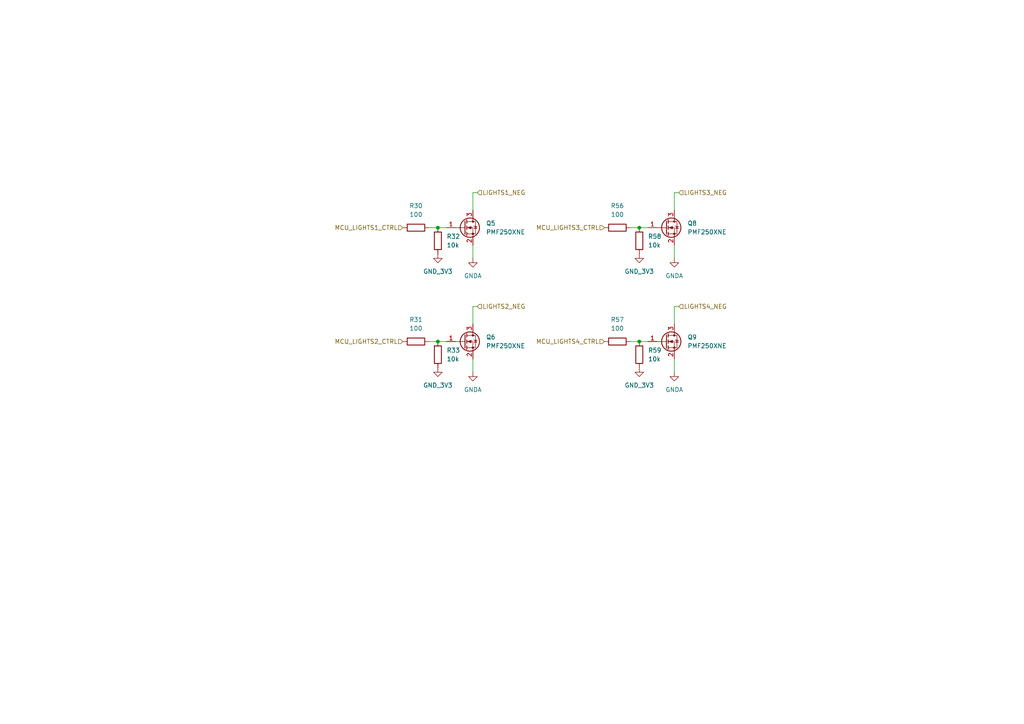
<source format=kicad_sch>
(kicad_sch (version 20231120) (generator "eeschema") (generator_version "8.0")
  (paper "A4")
  (lib_symbols
    (symbol "Device:R" (pin_numbers hide) (pin_names (offset 0))
      (property "Reference" "R" (at 2.032 0 90))
      (property "Value" "R" (at 0 0 90))
      (symbol "R_0_1"
        (rectangle (start -1.016 -2.54) (end 1.016 2.54) (stroke (width 0.254)))
      )
      (symbol "R_1_1"
        (pin passive line (at 0 3.81 270) (length 1.27) (name "~") (number "1"))
        (pin passive line (at 0 -3.81 90) (length 1.27) (name "~") (number "2"))
      )
    )
    (symbol "Transistor_FET:2N7002E" (pin_names hide)
      (property "Reference" "Q" (at 5.08 1.905 0))
      (property "Value" "2N7002E" (at 5.08 0 0))
      (symbol "2N7002E_0_1"
        (polyline (pts (xy 0.254 0) (xy -2.54 0)))
        (polyline (pts (xy 0.254 1.905) (xy 0.254 -1.905)) (stroke (width 0.254)))
        (polyline (pts (xy 0.762 -1.27) (xy 0.762 -2.286)) (stroke (width 0.254)))
        (polyline (pts (xy 0.762 0.508) (xy 0.762 -0.508)) (stroke (width 0.254)))
        (polyline (pts (xy 0.762 2.286) (xy 0.762 1.27)) (stroke (width 0.254)))
        (polyline (pts (xy 2.54 2.54) (xy 2.54 1.778)))
        (polyline (pts (xy 2.54 -2.54) (xy 2.54 0) (xy 0.762 0)))
        (polyline (pts (xy 0.762 -1.778) (xy 3.302 -1.778) (xy 3.302 1.778) (xy 0.762 1.778)))
        (polyline (pts (xy 1.016 0) (xy 2.032 0.381) (xy 2.032 -0.381) (xy 1.016 0)) (fill (type outline)))
        (polyline (pts (xy 2.794 0.508) (xy 2.921 0.381) (xy 3.683 0.381) (xy 3.81 0.254)))
        (polyline (pts (xy 3.302 0.381) (xy 2.921 -0.254) (xy 3.683 -0.254) (xy 3.302 0.381)))
        (circle (center 1.651 0) (radius 2.794) (stroke (width 0.254)))
        (circle (center 2.54 -1.778) (radius 0.254) (fill (type outline)))
        (circle (center 2.54 1.778) (radius 0.254) (fill (type outline)))
      )
      (symbol "2N7002E_1_1"
        (pin input line (at -5.08 0 0) (length 2.54) (name "G") (number "1"))
        (pin passive line (at 2.54 -5.08 90) (length 2.54) (name "S") (number "2"))
        (pin passive line (at 2.54 5.08 270) (length 2.54) (name "D") (number "3"))
      )
    )
    (symbol "power:GND" (power) (pin_numbers hide) (pin_names (offset 0) hide)
      (property "Value" "GND" (at 0 -3.81 0))
      (symbol "GND_0_1"
        (polyline (pts (xy 0 0) (xy 0 -1.27) (xy 1.27 -1.27) (xy 0 -2.54) (xy -1.27 -1.27) (xy 0 -1.27)))
      )
      (symbol "GND_1_1"
        (pin power_in line (at 0 0 270) (length 0) (name "~") (number "1"))
      )
    )
    (symbol "power:GNDA" (power) (pin_numbers hide) (pin_names (offset 0) hide)
      (property "Value" "GNDA" (at 0 -3.81 0))
      (symbol "GNDA_0_1"
        (polyline (pts (xy 0 0) (xy 0 -1.27) (xy 1.27 -1.27) (xy 0 -2.54) (xy -1.27 -1.27) (xy 0 -1.27)))
      )
      (symbol "GNDA_1_1"
        (pin power_in line (at 0 0 270) (length 0) (name "~") (number "1"))
      )
    )
  )
  (junction (at 185.42 66.04))
  (junction (at 185.42 99.06))
  (junction (at 127 99.06))
  (junction (at 127 66.04))
  (wire (pts (xy 124.46 99.06) (xy 127 99.06)))
  (wire (pts (xy 185.42 99.06) (xy 187.96 99.06)))
  (wire (pts (xy 195.58 74.93) (xy 195.58 71.12)))
  (wire (pts (xy 195.58 55.88) (xy 196.85 55.88)))
  (wire (pts (xy 195.58 55.88) (xy 195.58 60.96)))
  (wire (pts (xy 137.16 88.9) (xy 138.43 88.9)))
  (wire (pts (xy 127 66.04) (xy 129.54 66.04)))
  (wire (pts (xy 195.58 88.9) (xy 195.58 93.98)))
  (wire (pts (xy 185.42 66.04) (xy 187.96 66.04)))
  (wire (pts (xy 195.58 88.9) (xy 196.85 88.9)))
  (wire (pts (xy 182.88 66.04) (xy 185.42 66.04)))
  (wire (pts (xy 124.46 66.04) (xy 127 66.04)))
  (wire (pts (xy 137.16 88.9) (xy 137.16 93.98)))
  (wire (pts (xy 195.58 107.95) (xy 195.58 104.14)))
  (wire (pts (xy 137.16 55.88) (xy 138.43 55.88)))
  (wire (pts (xy 137.16 74.93) (xy 137.16 71.12)))
  (wire (pts (xy 127 99.06) (xy 129.54 99.06)))
  (wire (pts (xy 137.16 55.88) (xy 137.16 60.96)))
  (wire (pts (xy 182.88 99.06) (xy 185.42 99.06)))
  (wire (pts (xy 137.16 107.95) (xy 137.16 104.14)))
  (hierarchical_label "LIGHTS4_NEG" (shape input) (at 196.85 88.9 0))
  (hierarchical_label "MCU_LIGHTS4_CTRL" (shape input) (at 175.26 99.06 180))
  (hierarchical_label "MCU_LIGHTS3_CTRL" (shape input) (at 175.26 66.04 180))
  (hierarchical_label "LIGHTS2_NEG" (shape input) (at 138.43 88.9 0))
  (hierarchical_label "MCU_LIGHTS2_CTRL" (shape input) (at 116.84 99.06 180))
  (hierarchical_label "MCU_LIGHTS1_CTRL" (shape input) (at 116.84 66.04 180))
  (hierarchical_label "LIGHTS1_NEG" (shape input) (at 138.43 55.88 0))
  (hierarchical_label "LIGHTS3_NEG" (shape input) (at 196.85 55.88 0))
  (symbol (lib_id "Device:R") (at 179.07 99.06 90) (unit 1)
    (property "Reference" "R57" (at 179.07 92.71 90))
    (property "Value" "100" (at 179.07 95.25 90))
    (property "Footprint" "Resistor_SMD:R_0603_1608Metric" (effects (hide yes)))
    (property "Description" "Resistor" (effects (hide yes)))
  )
  (symbol (lib_id "power:GND") (at 127 73.66 0) (unit 1)
    (property "Reference" "#PWR0123" (effects (hide yes)))
    (property "Value" "GND_3V3" (at 127 78.74 0))
    (property "Description" "Power symbol creates a global label with name \"GND\" , ground" (effects (hide yes)))
  )
  (symbol (lib_id "power:GNDA") (at 137.16 74.93 0) (unit 1)
    (property "Reference" "#PWR0125" (effects (hide yes)))
    (property "Value" "GNDA" (at 137.16 80.01 0))
    (property "Description" "Power symbol creates a global label with name \"GNDA\" , analog ground" (effects (hide yes)))
  )
  (symbol (lib_id "Device:R") (at 120.65 66.04 90) (unit 1)
    (property "Reference" "R30" (at 120.65 59.69 90))
    (property "Value" "100" (at 120.65 62.23 90))
    (property "Footprint" "Resistor_SMD:R_0603_1608Metric" (effects (hide yes)))
    (property "Description" "Resistor" (effects (hide yes)))
  )
  (symbol (lib_id "Device:R") (at 127 102.87 180) (unit 1)
    (property "Reference" "R33" (at 129.54 101.5999 0) (effects (justify right)))
    (property "Value" "10k" (at 129.54 104.1399 0) (effects (justify right)))
    (property "Footprint" "Resistor_SMD:R_0603_1608Metric" (effects (hide yes)))
    (property "Description" "Resistor" (effects (hide yes)))
  )
  (symbol (lib_id "Device:R") (at 120.65 99.06 90) (unit 1)
    (property "Reference" "R31" (at 120.65 92.71 90))
    (property "Value" "100" (at 120.65 95.25 90))
    (property "Footprint" "Resistor_SMD:R_0603_1608Metric" (effects (hide yes)))
    (property "Description" "Resistor" (effects (hide yes)))
  )
  (symbol (lib_id "Device:R") (at 179.07 66.04 90) (unit 1)
    (property "Reference" "R56" (at 179.07 59.69 90))
    (property "Value" "100" (at 179.07 62.23 90))
    (property "Footprint" "Resistor_SMD:R_0603_1608Metric" (effects (hide yes)))
    (property "Description" "Resistor" (effects (hide yes)))
  )
  (symbol (lib_id "power:GND") (at 185.42 106.68 0) (unit 1)
    (property "Reference" "#PWR0128" (effects (hide yes)))
    (property "Value" "GND_3V3" (at 185.42 111.76 0))
    (property "Description" "Power symbol creates a global label with name \"GND\" , ground" (effects (hide yes)))
  )
  (symbol (lib_id "power:GNDA") (at 195.58 74.93 0) (unit 1)
    (property "Reference" "#PWR0129" (effects (hide yes)))
    (property "Value" "GNDA" (at 195.58 80.01 0))
    (property "Description" "Power symbol creates a global label with name \"GNDA\" , analog ground" (effects (hide yes)))
  )
  (symbol (lib_id "Transistor_FET:2N7002E") (at 134.62 99.06 0) (unit 1)
    (property "Reference" "Q6" (at 140.97 97.7899 0) (effects (justify left)))
    (property "Value" "PMF250XNE" (at 140.97 100.3299 0) (effects (justify left)))
    (property "Footprint" "Package_TO_SOT_SMD:SOT-23" (effects (hide yes)))
    (property "Datasheet" "https://assets.nexperia.com/documents/data-sheet/PMF250XNE.pdf" (effects (hide yes)))
    (property "Description" "0.24A Id, 60V Vds, N-Channel MOSFET, SOT-23" (effects (hide yes)))
  )
  (symbol (lib_id "power:GND") (at 185.42 73.66 0) (unit 1)
    (property "Reference" "#PWR0127" (effects (hide yes)))
    (property "Value" "GND_3V3" (at 185.42 78.74 0))
    (property "Description" "Power symbol creates a global label with name \"GND\" , ground" (effects (hide yes)))
  )
  (symbol (lib_id "power:GNDA") (at 137.16 107.95 0) (unit 1)
    (property "Reference" "#PWR0126" (effects (hide yes)))
    (property "Value" "GNDA" (at 137.16 113.03 0))
    (property "Description" "Power symbol creates a global label with name \"GNDA\" , analog ground" (effects (hide yes)))
  )
  (symbol (lib_id "Device:R") (at 127 69.85 180) (unit 1)
    (property "Reference" "R32" (at 129.54 68.5799 0) (effects (justify right)))
    (property "Value" "10k" (at 129.54 71.1199 0) (effects (justify right)))
    (property "Footprint" "Resistor_SMD:R_0603_1608Metric" (effects (hide yes)))
    (property "Description" "Resistor" (effects (hide yes)))
  )
  (symbol (lib_id "Device:R") (at 185.42 69.85 180) (unit 1)
    (property "Reference" "R58" (at 187.96 68.5799 0) (effects (justify right)))
    (property "Value" "10k" (at 187.96 71.1199 0) (effects (justify right)))
    (property "Footprint" "Resistor_SMD:R_0603_1608Metric" (effects (hide yes)))
    (property "Description" "Resistor" (effects (hide yes)))
  )
  (symbol (lib_id "power:GNDA") (at 195.58 107.95 0) (unit 1)
    (property "Reference" "#PWR0130" (effects (hide yes)))
    (property "Value" "GNDA" (at 195.58 113.03 0))
    (property "Description" "Power symbol creates a global label with name \"GNDA\" , analog ground" (effects (hide yes)))
  )
  (symbol (lib_id "Transistor_FET:2N7002E") (at 193.04 99.06 0) (unit 1)
    (property "Reference" "Q9" (at 199.39 97.7899 0) (effects (justify left)))
    (property "Value" "PMF250XNE" (at 199.39 100.3299 0) (effects (justify left)))
    (property "Footprint" "Package_TO_SOT_SMD:SOT-23" (effects (hide yes)))
    (property "Datasheet" "https://assets.nexperia.com/documents/data-sheet/PMF250XNE.pdf" (effects (hide yes)))
    (property "Description" "0.24A Id, 60V Vds, N-Channel MOSFET, SOT-23" (effects (hide yes)))
  )
  (symbol (lib_id "Transistor_FET:2N7002E") (at 134.62 66.04 0) (unit 1)
    (property "Reference" "Q5" (at 140.97 64.7699 0) (effects (justify left)))
    (property "Value" "PMF250XNE" (at 140.97 67.3099 0) (effects (justify left)))
    (property "Footprint" "Package_TO_SOT_SMD:SOT-23" (effects (hide yes)))
    (property "Datasheet" "https://assets.nexperia.com/documents/data-sheet/PMF250XNE.pdf" (effects (hide yes)))
    (property "Description" "0.24A Id, 60V Vds, N-Channel MOSFET, SOT-23" (effects (hide yes)))
  )
  (symbol (lib_id "power:GND") (at 127 106.68 0) (unit 1)
    (property "Reference" "#PWR0124" (effects (hide yes)))
    (property "Value" "GND_3V3" (at 127 111.76 0))
    (property "Description" "Power symbol creates a global label with name \"GND\" , ground" (effects (hide yes)))
  )
  (symbol (lib_id "Transistor_FET:2N7002E") (at 193.04 66.04 0) (unit 1)
    (property "Reference" "Q8" (at 199.39 64.7699 0) (effects (justify left)))
    (property "Value" "PMF250XNE" (at 199.39 67.3099 0) (effects (justify left)))
    (property "Footprint" "Package_TO_SOT_SMD:SOT-23" (effects (hide yes)))
    (property "Datasheet" "https://assets.nexperia.com/documents/data-sheet/PMF250XNE.pdf" (effects (hide yes)))
    (property "Description" "0.24A Id, 60V Vds, N-Channel MOSFET, SOT-23" (effects (hide yes)))
  )
  (symbol (lib_id "Device:R") (at 185.42 102.87 180) (unit 1)
    (property "Reference" "R59" (at 187.96 101.5999 0) (effects (justify right)))
    (property "Value" "10k" (at 187.96 104.1399 0) (effects (justify right)))
    (property "Footprint" "Resistor_SMD:R_0603_1608Metric" (effects (hide yes)))
    (property "Description" "Resistor" (effects (hide yes)))
  )
)
</source>
